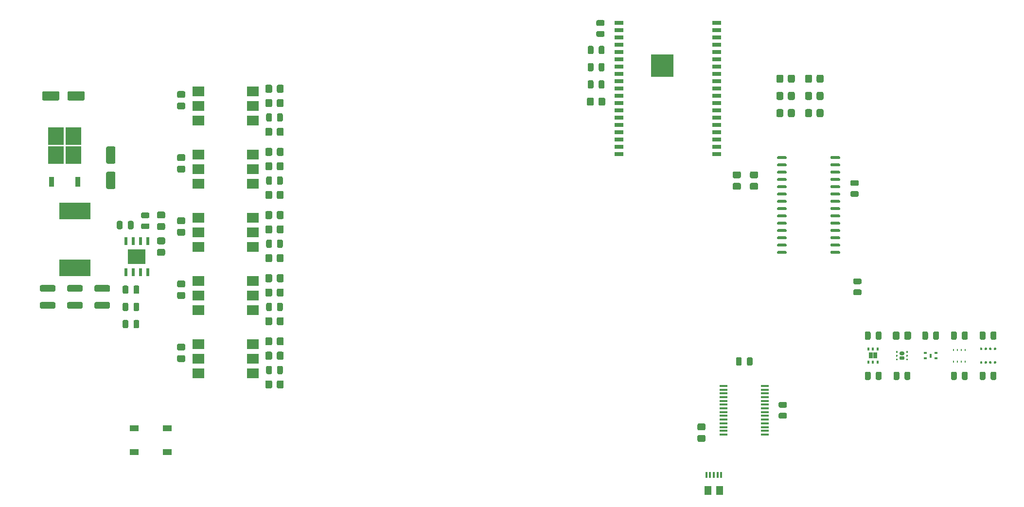
<source format=gbr>
G04 #@! TF.GenerationSoftware,KiCad,Pcbnew,(5.1.9-0-10_14)*
G04 #@! TF.CreationDate,2021-03-25T00:39:28-05:00*
G04 #@! TF.ProjectId,ClimateSprinklerController,436c696d-6174-4655-9370-72696e6b6c65,rev?*
G04 #@! TF.SameCoordinates,Original*
G04 #@! TF.FileFunction,Paste,Top*
G04 #@! TF.FilePolarity,Positive*
%FSLAX46Y46*%
G04 Gerber Fmt 4.6, Leading zero omitted, Abs format (unit mm)*
G04 Created by KiCad (PCBNEW (5.1.9-0-10_14)) date 2021-03-25 00:39:28*
%MOMM*%
%LPD*%
G01*
G04 APERTURE LIST*
%ADD10R,1.400000X0.360000*%
%ADD11R,1.200000X1.520000*%
%ADD12R,0.320000X1.080000*%
%ADD13R,1.600000X0.720000*%
%ADD14R,4.000000X4.000000*%
%ADD15R,0.360000X0.504000*%
%ADD16R,0.700000X1.050000*%
%ADD17R,5.400000X2.900000*%
%ADD18R,0.280000X0.400000*%
%ADD19R,0.350000X0.800000*%
%ADD20R,0.500000X0.300000*%
%ADD21R,2.000000X1.780000*%
%ADD22R,0.960000X1.760000*%
%ADD23R,2.750000X3.050000*%
%ADD24R,3.100000X2.600000*%
%ADD25R,0.540000X1.395000*%
%ADD26R,1.500000X1.100000*%
G04 APERTURE END LIST*
G36*
G01*
X163050000Y-56275000D02*
X163050000Y-57225000D01*
G75*
G02*
X162800000Y-57475000I-250000J0D01*
G01*
X162300000Y-57475000D01*
G75*
G02*
X162050000Y-57225000I0J250000D01*
G01*
X162050000Y-56275000D01*
G75*
G02*
X162300000Y-56025000I250000J0D01*
G01*
X162800000Y-56025000D01*
G75*
G02*
X163050000Y-56275000I0J-250000D01*
G01*
G37*
G36*
G01*
X164950000Y-56275000D02*
X164950000Y-57225000D01*
G75*
G02*
X164700000Y-57475000I-250000J0D01*
G01*
X164200000Y-57475000D01*
G75*
G02*
X163950000Y-57225000I0J250000D01*
G01*
X163950000Y-56275000D01*
G75*
G02*
X164200000Y-56025000I250000J0D01*
G01*
X164700000Y-56025000D01*
G75*
G02*
X164950000Y-56275000I0J-250000D01*
G01*
G37*
G36*
G01*
X163050000Y-59275000D02*
X163050000Y-60225000D01*
G75*
G02*
X162800000Y-60475000I-250000J0D01*
G01*
X162300000Y-60475000D01*
G75*
G02*
X162050000Y-60225000I0J250000D01*
G01*
X162050000Y-59275000D01*
G75*
G02*
X162300000Y-59025000I250000J0D01*
G01*
X162800000Y-59025000D01*
G75*
G02*
X163050000Y-59275000I0J-250000D01*
G01*
G37*
G36*
G01*
X164950000Y-59275000D02*
X164950000Y-60225000D01*
G75*
G02*
X164700000Y-60475000I-250000J0D01*
G01*
X164200000Y-60475000D01*
G75*
G02*
X163950000Y-60225000I0J250000D01*
G01*
X163950000Y-59275000D01*
G75*
G02*
X164200000Y-59025000I250000J0D01*
G01*
X164700000Y-59025000D01*
G75*
G02*
X164950000Y-59275000I0J-250000D01*
G01*
G37*
D10*
X192850000Y-112275000D03*
X192850000Y-112925000D03*
X192850000Y-113575000D03*
X192850000Y-114225000D03*
X192850000Y-114875000D03*
X192850000Y-115525000D03*
X192850000Y-116175000D03*
X192850000Y-116825000D03*
X192850000Y-117475000D03*
X192850000Y-118125000D03*
X192850000Y-118775000D03*
X192850000Y-119425000D03*
X192850000Y-120075000D03*
X192850000Y-120725000D03*
X185650000Y-120725000D03*
X185650000Y-120075000D03*
X185650000Y-119425000D03*
X185650000Y-118775000D03*
X185650000Y-118125000D03*
X185650000Y-117475000D03*
X185650000Y-116825000D03*
X185650000Y-116175000D03*
X185650000Y-115525000D03*
X185650000Y-114875000D03*
X185650000Y-114225000D03*
X185650000Y-113575000D03*
X185650000Y-112925000D03*
X185650000Y-112275000D03*
G36*
G01*
X182300001Y-122000000D02*
X181399999Y-122000000D01*
G75*
G02*
X181150000Y-121750001I0J249999D01*
G01*
X181150000Y-121049999D01*
G75*
G02*
X181399999Y-120800000I249999J0D01*
G01*
X182300001Y-120800000D01*
G75*
G02*
X182550000Y-121049999I0J-249999D01*
G01*
X182550000Y-121750001D01*
G75*
G02*
X182300001Y-122000000I-249999J0D01*
G01*
G37*
G36*
G01*
X182300001Y-120000000D02*
X181399999Y-120000000D01*
G75*
G02*
X181150000Y-119750001I0J249999D01*
G01*
X181150000Y-119049999D01*
G75*
G02*
X181399999Y-118800000I249999J0D01*
G01*
X182300001Y-118800000D01*
G75*
G02*
X182550000Y-119049999I0J-249999D01*
G01*
X182550000Y-119750001D01*
G75*
G02*
X182300001Y-120000000I-249999J0D01*
G01*
G37*
D11*
X185000000Y-130487500D03*
D12*
X183350000Y-127787500D03*
X182700000Y-127787500D03*
X185300000Y-127787500D03*
X184650000Y-127787500D03*
X184000000Y-127787500D03*
D11*
X183000000Y-130487500D03*
G36*
G01*
X187850000Y-108475000D02*
X187850000Y-107525000D01*
G75*
G02*
X188100000Y-107275000I250000J0D01*
G01*
X188600000Y-107275000D01*
G75*
G02*
X188850000Y-107525000I0J-250000D01*
G01*
X188850000Y-108475000D01*
G75*
G02*
X188600000Y-108725000I-250000J0D01*
G01*
X188100000Y-108725000D01*
G75*
G02*
X187850000Y-108475000I0J250000D01*
G01*
G37*
G36*
G01*
X189750000Y-108475000D02*
X189750000Y-107525000D01*
G75*
G02*
X190000000Y-107275000I250000J0D01*
G01*
X190500000Y-107275000D01*
G75*
G02*
X190750000Y-107525000I0J-250000D01*
G01*
X190750000Y-108475000D01*
G75*
G02*
X190500000Y-108725000I-250000J0D01*
G01*
X190000000Y-108725000D01*
G75*
G02*
X189750000Y-108475000I0J250000D01*
G01*
G37*
G36*
G01*
X196475000Y-116050000D02*
X195525000Y-116050000D01*
G75*
G02*
X195275000Y-115800000I0J250000D01*
G01*
X195275000Y-115300000D01*
G75*
G02*
X195525000Y-115050000I250000J0D01*
G01*
X196475000Y-115050000D01*
G75*
G02*
X196725000Y-115300000I0J-250000D01*
G01*
X196725000Y-115800000D01*
G75*
G02*
X196475000Y-116050000I-250000J0D01*
G01*
G37*
G36*
G01*
X196475000Y-117950000D02*
X195525000Y-117950000D01*
G75*
G02*
X195275000Y-117700000I0J250000D01*
G01*
X195275000Y-117200000D01*
G75*
G02*
X195525000Y-116950000I250000J0D01*
G01*
X196475000Y-116950000D01*
G75*
G02*
X196725000Y-117200000I0J-250000D01*
G01*
X196725000Y-117700000D01*
G75*
G02*
X196475000Y-117950000I-250000J0D01*
G01*
G37*
G36*
G01*
X233150000Y-108077500D02*
X233150000Y-108297500D01*
G75*
G02*
X233050000Y-108397500I-100000J0D01*
G01*
X232850000Y-108397500D01*
G75*
G02*
X232750000Y-108297500I0J100000D01*
G01*
X232750000Y-108077500D01*
G75*
G02*
X232850000Y-107977500I100000J0D01*
G01*
X233050000Y-107977500D01*
G75*
G02*
X233150000Y-108077500I0J-100000D01*
G01*
G37*
G36*
G01*
X232350000Y-108077500D02*
X232350000Y-108297500D01*
G75*
G02*
X232250000Y-108397500I-100000J0D01*
G01*
X232050000Y-108397500D01*
G75*
G02*
X231950000Y-108297500I0J100000D01*
G01*
X231950000Y-108077500D01*
G75*
G02*
X232050000Y-107977500I100000J0D01*
G01*
X232250000Y-107977500D01*
G75*
G02*
X232350000Y-108077500I0J-100000D01*
G01*
G37*
G36*
G01*
X231550000Y-108077500D02*
X231550000Y-108297500D01*
G75*
G02*
X231450000Y-108397500I-100000J0D01*
G01*
X231250000Y-108397500D01*
G75*
G02*
X231150000Y-108297500I0J100000D01*
G01*
X231150000Y-108077500D01*
G75*
G02*
X231250000Y-107977500I100000J0D01*
G01*
X231450000Y-107977500D01*
G75*
G02*
X231550000Y-108077500I0J-100000D01*
G01*
G37*
G36*
G01*
X230750000Y-108077500D02*
X230750000Y-108297500D01*
G75*
G02*
X230650000Y-108397500I-100000J0D01*
G01*
X230450000Y-108397500D01*
G75*
G02*
X230350000Y-108297500I0J100000D01*
G01*
X230350000Y-108077500D01*
G75*
G02*
X230450000Y-107977500I100000J0D01*
G01*
X230650000Y-107977500D01*
G75*
G02*
X230750000Y-108077500I0J-100000D01*
G01*
G37*
G36*
G01*
X230750000Y-105702500D02*
X230750000Y-105922500D01*
G75*
G02*
X230650000Y-106022500I-100000J0D01*
G01*
X230450000Y-106022500D01*
G75*
G02*
X230350000Y-105922500I0J100000D01*
G01*
X230350000Y-105702500D01*
G75*
G02*
X230450000Y-105602500I100000J0D01*
G01*
X230650000Y-105602500D01*
G75*
G02*
X230750000Y-105702500I0J-100000D01*
G01*
G37*
G36*
G01*
X231550000Y-105702500D02*
X231550000Y-105922500D01*
G75*
G02*
X231450000Y-106022500I-100000J0D01*
G01*
X231250000Y-106022500D01*
G75*
G02*
X231150000Y-105922500I0J100000D01*
G01*
X231150000Y-105702500D01*
G75*
G02*
X231250000Y-105602500I100000J0D01*
G01*
X231450000Y-105602500D01*
G75*
G02*
X231550000Y-105702500I0J-100000D01*
G01*
G37*
G36*
G01*
X232350000Y-105702500D02*
X232350000Y-105922500D01*
G75*
G02*
X232250000Y-106022500I-100000J0D01*
G01*
X232050000Y-106022500D01*
G75*
G02*
X231950000Y-105922500I0J100000D01*
G01*
X231950000Y-105702500D01*
G75*
G02*
X232050000Y-105602500I100000J0D01*
G01*
X232250000Y-105602500D01*
G75*
G02*
X232350000Y-105702500I0J-100000D01*
G01*
G37*
G36*
G01*
X233150000Y-105702500D02*
X233150000Y-105922500D01*
G75*
G02*
X233050000Y-106022500I-100000J0D01*
G01*
X232850000Y-106022500D01*
G75*
G02*
X232750000Y-105922500I0J100000D01*
G01*
X232750000Y-105702500D01*
G75*
G02*
X232850000Y-105602500I100000J0D01*
G01*
X233050000Y-105602500D01*
G75*
G02*
X233150000Y-105702500I0J-100000D01*
G01*
G37*
G36*
G01*
X230300000Y-103975000D02*
X230300000Y-103025000D01*
G75*
G02*
X230550000Y-102775000I250000J0D01*
G01*
X231050000Y-102775000D01*
G75*
G02*
X231300000Y-103025000I0J-250000D01*
G01*
X231300000Y-103975000D01*
G75*
G02*
X231050000Y-104225000I-250000J0D01*
G01*
X230550000Y-104225000D01*
G75*
G02*
X230300000Y-103975000I0J250000D01*
G01*
G37*
G36*
G01*
X232200000Y-103975000D02*
X232200000Y-103025000D01*
G75*
G02*
X232450000Y-102775000I250000J0D01*
G01*
X232950000Y-102775000D01*
G75*
G02*
X233200000Y-103025000I0J-250000D01*
G01*
X233200000Y-103975000D01*
G75*
G02*
X232950000Y-104225000I-250000J0D01*
G01*
X232450000Y-104225000D01*
G75*
G02*
X232200000Y-103975000I0J250000D01*
G01*
G37*
G36*
G01*
X230300000Y-110975000D02*
X230300000Y-110025000D01*
G75*
G02*
X230550000Y-109775000I250000J0D01*
G01*
X231050000Y-109775000D01*
G75*
G02*
X231300000Y-110025000I0J-250000D01*
G01*
X231300000Y-110975000D01*
G75*
G02*
X231050000Y-111225000I-250000J0D01*
G01*
X230550000Y-111225000D01*
G75*
G02*
X230300000Y-110975000I0J250000D01*
G01*
G37*
G36*
G01*
X232200000Y-110975000D02*
X232200000Y-110025000D01*
G75*
G02*
X232450000Y-109775000I250000J0D01*
G01*
X232950000Y-109775000D01*
G75*
G02*
X233200000Y-110025000I0J-250000D01*
G01*
X233200000Y-110975000D01*
G75*
G02*
X232950000Y-111225000I-250000J0D01*
G01*
X232450000Y-111225000D01*
G75*
G02*
X232200000Y-110975000I0J250000D01*
G01*
G37*
D13*
X167500000Y-48995000D03*
X167500000Y-50265000D03*
X167500000Y-51535000D03*
X167500000Y-52805000D03*
X167500000Y-54075000D03*
X167500000Y-55345000D03*
X167500000Y-56615000D03*
X167500000Y-57885000D03*
X167500000Y-59155000D03*
X167500000Y-60425000D03*
X167500000Y-61695000D03*
X167500000Y-62965000D03*
X167500000Y-64235000D03*
X167500000Y-65505000D03*
X167500000Y-66775000D03*
X167500000Y-68045000D03*
X167500000Y-69315000D03*
X167500000Y-70585000D03*
X167500000Y-71855000D03*
X184500000Y-71855000D03*
X184500000Y-70585000D03*
X184500000Y-69315000D03*
X184500000Y-68045000D03*
X184500000Y-66775000D03*
X184500000Y-65505000D03*
X184500000Y-64235000D03*
X184500000Y-62965000D03*
X184500000Y-61695000D03*
X184500000Y-60425000D03*
X184500000Y-59155000D03*
X184500000Y-57885000D03*
X184500000Y-56615000D03*
X184500000Y-55345000D03*
X184500000Y-54075000D03*
X184500000Y-52805000D03*
X184500000Y-51535000D03*
X184500000Y-50265000D03*
X184500000Y-48995000D03*
D14*
X175000000Y-56495000D03*
D15*
X212509000Y-108103000D03*
X211709000Y-108103000D03*
X210909000Y-108103000D03*
X210909000Y-105803000D03*
X211709000Y-105803000D03*
X212509000Y-105803000D03*
D16*
X211309000Y-106953000D03*
X212109000Y-106953000D03*
G36*
G01*
X218350000Y-103049999D02*
X218350000Y-103950001D01*
G75*
G02*
X218100001Y-104200000I-249999J0D01*
G01*
X217399999Y-104200000D01*
G75*
G02*
X217150000Y-103950001I0J249999D01*
G01*
X217150000Y-103049999D01*
G75*
G02*
X217399999Y-102800000I249999J0D01*
G01*
X218100001Y-102800000D01*
G75*
G02*
X218350000Y-103049999I0J-249999D01*
G01*
G37*
G36*
G01*
X216350000Y-103049999D02*
X216350000Y-103950001D01*
G75*
G02*
X216100001Y-104200000I-249999J0D01*
G01*
X215399999Y-104200000D01*
G75*
G02*
X215150000Y-103950001I0J249999D01*
G01*
X215150000Y-103049999D01*
G75*
G02*
X215399999Y-102800000I249999J0D01*
G01*
X216100001Y-102800000D01*
G75*
G02*
X216350000Y-103049999I0J-249999D01*
G01*
G37*
G36*
G01*
X212200000Y-103975000D02*
X212200000Y-103025000D01*
G75*
G02*
X212450000Y-102775000I250000J0D01*
G01*
X212950000Y-102775000D01*
G75*
G02*
X213200000Y-103025000I0J-250000D01*
G01*
X213200000Y-103975000D01*
G75*
G02*
X212950000Y-104225000I-250000J0D01*
G01*
X212450000Y-104225000D01*
G75*
G02*
X212200000Y-103975000I0J250000D01*
G01*
G37*
G36*
G01*
X210300000Y-103975000D02*
X210300000Y-103025000D01*
G75*
G02*
X210550000Y-102775000I250000J0D01*
G01*
X211050000Y-102775000D01*
G75*
G02*
X211300000Y-103025000I0J-250000D01*
G01*
X211300000Y-103975000D01*
G75*
G02*
X211050000Y-104225000I-250000J0D01*
G01*
X210550000Y-104225000D01*
G75*
G02*
X210300000Y-103975000I0J250000D01*
G01*
G37*
G36*
G01*
X210300000Y-110975000D02*
X210300000Y-110025000D01*
G75*
G02*
X210550000Y-109775000I250000J0D01*
G01*
X211050000Y-109775000D01*
G75*
G02*
X211300000Y-110025000I0J-250000D01*
G01*
X211300000Y-110975000D01*
G75*
G02*
X211050000Y-111225000I-250000J0D01*
G01*
X210550000Y-111225000D01*
G75*
G02*
X210300000Y-110975000I0J250000D01*
G01*
G37*
G36*
G01*
X212200000Y-110975000D02*
X212200000Y-110025000D01*
G75*
G02*
X212450000Y-109775000I250000J0D01*
G01*
X212950000Y-109775000D01*
G75*
G02*
X213200000Y-110025000I0J-250000D01*
G01*
X213200000Y-110975000D01*
G75*
G02*
X212950000Y-111225000I-250000J0D01*
G01*
X212450000Y-111225000D01*
G75*
G02*
X212200000Y-110975000I0J250000D01*
G01*
G37*
G36*
G01*
X190549999Y-74900000D02*
X191450001Y-74900000D01*
G75*
G02*
X191700000Y-75149999I0J-249999D01*
G01*
X191700000Y-75850001D01*
G75*
G02*
X191450001Y-76100000I-249999J0D01*
G01*
X190549999Y-76100000D01*
G75*
G02*
X190300000Y-75850001I0J249999D01*
G01*
X190300000Y-75149999D01*
G75*
G02*
X190549999Y-74900000I249999J0D01*
G01*
G37*
G36*
G01*
X190549999Y-76900000D02*
X191450001Y-76900000D01*
G75*
G02*
X191700000Y-77149999I0J-249999D01*
G01*
X191700000Y-77850001D01*
G75*
G02*
X191450001Y-78100000I-249999J0D01*
G01*
X190549999Y-78100000D01*
G75*
G02*
X190300000Y-77850001I0J249999D01*
G01*
X190300000Y-77149999D01*
G75*
G02*
X190549999Y-76900000I249999J0D01*
G01*
G37*
G36*
G01*
X187549999Y-74900000D02*
X188450001Y-74900000D01*
G75*
G02*
X188700000Y-75149999I0J-249999D01*
G01*
X188700000Y-75850001D01*
G75*
G02*
X188450001Y-76100000I-249999J0D01*
G01*
X187549999Y-76100000D01*
G75*
G02*
X187300000Y-75850001I0J249999D01*
G01*
X187300000Y-75149999D01*
G75*
G02*
X187549999Y-74900000I249999J0D01*
G01*
G37*
G36*
G01*
X187549999Y-76900000D02*
X188450001Y-76900000D01*
G75*
G02*
X188700000Y-77149999I0J-249999D01*
G01*
X188700000Y-77850001D01*
G75*
G02*
X188450001Y-78100000I-249999J0D01*
G01*
X187549999Y-78100000D01*
G75*
G02*
X187300000Y-77850001I0J249999D01*
G01*
X187300000Y-77149999D01*
G75*
G02*
X187549999Y-76900000I249999J0D01*
G01*
G37*
G36*
G01*
X107100000Y-106549999D02*
X107100000Y-107450001D01*
G75*
G02*
X106850001Y-107700000I-249999J0D01*
G01*
X106149999Y-107700000D01*
G75*
G02*
X105900000Y-107450001I0J249999D01*
G01*
X105900000Y-106549999D01*
G75*
G02*
X106149999Y-106300000I249999J0D01*
G01*
X106850001Y-106300000D01*
G75*
G02*
X107100000Y-106549999I0J-249999D01*
G01*
G37*
G36*
G01*
X109100000Y-106549999D02*
X109100000Y-107450001D01*
G75*
G02*
X108850001Y-107700000I-249999J0D01*
G01*
X108149999Y-107700000D01*
G75*
G02*
X107900000Y-107450001I0J249999D01*
G01*
X107900000Y-106549999D01*
G75*
G02*
X108149999Y-106300000I249999J0D01*
G01*
X108850001Y-106300000D01*
G75*
G02*
X109100000Y-106549999I0J-249999D01*
G01*
G37*
G36*
G01*
X107100000Y-95549999D02*
X107100000Y-96450001D01*
G75*
G02*
X106850001Y-96700000I-249999J0D01*
G01*
X106149999Y-96700000D01*
G75*
G02*
X105900000Y-96450001I0J249999D01*
G01*
X105900000Y-95549999D01*
G75*
G02*
X106149999Y-95300000I249999J0D01*
G01*
X106850001Y-95300000D01*
G75*
G02*
X107100000Y-95549999I0J-249999D01*
G01*
G37*
G36*
G01*
X109100000Y-95549999D02*
X109100000Y-96450001D01*
G75*
G02*
X108850001Y-96700000I-249999J0D01*
G01*
X108149999Y-96700000D01*
G75*
G02*
X107900000Y-96450001I0J249999D01*
G01*
X107900000Y-95549999D01*
G75*
G02*
X108149999Y-95300000I249999J0D01*
G01*
X108850001Y-95300000D01*
G75*
G02*
X109100000Y-95549999I0J-249999D01*
G01*
G37*
G36*
G01*
X107100000Y-84549999D02*
X107100000Y-85450001D01*
G75*
G02*
X106850001Y-85700000I-249999J0D01*
G01*
X106149999Y-85700000D01*
G75*
G02*
X105900000Y-85450001I0J249999D01*
G01*
X105900000Y-84549999D01*
G75*
G02*
X106149999Y-84300000I249999J0D01*
G01*
X106850001Y-84300000D01*
G75*
G02*
X107100000Y-84549999I0J-249999D01*
G01*
G37*
G36*
G01*
X109100000Y-84549999D02*
X109100000Y-85450001D01*
G75*
G02*
X108850001Y-85700000I-249999J0D01*
G01*
X108149999Y-85700000D01*
G75*
G02*
X107900000Y-85450001I0J249999D01*
G01*
X107900000Y-84549999D01*
G75*
G02*
X108149999Y-84300000I249999J0D01*
G01*
X108850001Y-84300000D01*
G75*
G02*
X109100000Y-84549999I0J-249999D01*
G01*
G37*
G36*
G01*
X107100000Y-73549999D02*
X107100000Y-74450001D01*
G75*
G02*
X106850001Y-74700000I-249999J0D01*
G01*
X106149999Y-74700000D01*
G75*
G02*
X105900000Y-74450001I0J249999D01*
G01*
X105900000Y-73549999D01*
G75*
G02*
X106149999Y-73300000I249999J0D01*
G01*
X106850001Y-73300000D01*
G75*
G02*
X107100000Y-73549999I0J-249999D01*
G01*
G37*
G36*
G01*
X109100000Y-73549999D02*
X109100000Y-74450001D01*
G75*
G02*
X108850001Y-74700000I-249999J0D01*
G01*
X108149999Y-74700000D01*
G75*
G02*
X107900000Y-74450001I0J249999D01*
G01*
X107900000Y-73549999D01*
G75*
G02*
X108149999Y-73300000I249999J0D01*
G01*
X108850001Y-73300000D01*
G75*
G02*
X109100000Y-73549999I0J-249999D01*
G01*
G37*
G36*
G01*
X107100000Y-62549999D02*
X107100000Y-63450001D01*
G75*
G02*
X106850001Y-63700000I-249999J0D01*
G01*
X106149999Y-63700000D01*
G75*
G02*
X105900000Y-63450001I0J249999D01*
G01*
X105900000Y-62549999D01*
G75*
G02*
X106149999Y-62300000I249999J0D01*
G01*
X106850001Y-62300000D01*
G75*
G02*
X107100000Y-62549999I0J-249999D01*
G01*
G37*
G36*
G01*
X109100000Y-62549999D02*
X109100000Y-63450001D01*
G75*
G02*
X108850001Y-63700000I-249999J0D01*
G01*
X108149999Y-63700000D01*
G75*
G02*
X107900000Y-63450001I0J249999D01*
G01*
X107900000Y-62549999D01*
G75*
G02*
X108149999Y-62300000I249999J0D01*
G01*
X108850001Y-62300000D01*
G75*
G02*
X109100000Y-62549999I0J-249999D01*
G01*
G37*
G36*
G01*
X107900000Y-112450001D02*
X107900000Y-111549999D01*
G75*
G02*
X108149999Y-111300000I249999J0D01*
G01*
X108850001Y-111300000D01*
G75*
G02*
X109100000Y-111549999I0J-249999D01*
G01*
X109100000Y-112450001D01*
G75*
G02*
X108850001Y-112700000I-249999J0D01*
G01*
X108149999Y-112700000D01*
G75*
G02*
X107900000Y-112450001I0J249999D01*
G01*
G37*
G36*
G01*
X105900000Y-112450001D02*
X105900000Y-111549999D01*
G75*
G02*
X106149999Y-111300000I249999J0D01*
G01*
X106850001Y-111300000D01*
G75*
G02*
X107100000Y-111549999I0J-249999D01*
G01*
X107100000Y-112450001D01*
G75*
G02*
X106850001Y-112700000I-249999J0D01*
G01*
X106149999Y-112700000D01*
G75*
G02*
X105900000Y-112450001I0J249999D01*
G01*
G37*
G36*
G01*
X107900000Y-101450001D02*
X107900000Y-100549999D01*
G75*
G02*
X108149999Y-100300000I249999J0D01*
G01*
X108850001Y-100300000D01*
G75*
G02*
X109100000Y-100549999I0J-249999D01*
G01*
X109100000Y-101450001D01*
G75*
G02*
X108850001Y-101700000I-249999J0D01*
G01*
X108149999Y-101700000D01*
G75*
G02*
X107900000Y-101450001I0J249999D01*
G01*
G37*
G36*
G01*
X105900000Y-101450001D02*
X105900000Y-100549999D01*
G75*
G02*
X106149999Y-100300000I249999J0D01*
G01*
X106850001Y-100300000D01*
G75*
G02*
X107100000Y-100549999I0J-249999D01*
G01*
X107100000Y-101450001D01*
G75*
G02*
X106850001Y-101700000I-249999J0D01*
G01*
X106149999Y-101700000D01*
G75*
G02*
X105900000Y-101450001I0J249999D01*
G01*
G37*
G36*
G01*
X107900000Y-90450001D02*
X107900000Y-89549999D01*
G75*
G02*
X108149999Y-89300000I249999J0D01*
G01*
X108850001Y-89300000D01*
G75*
G02*
X109100000Y-89549999I0J-249999D01*
G01*
X109100000Y-90450001D01*
G75*
G02*
X108850001Y-90700000I-249999J0D01*
G01*
X108149999Y-90700000D01*
G75*
G02*
X107900000Y-90450001I0J249999D01*
G01*
G37*
G36*
G01*
X105900000Y-90450001D02*
X105900000Y-89549999D01*
G75*
G02*
X106149999Y-89300000I249999J0D01*
G01*
X106850001Y-89300000D01*
G75*
G02*
X107100000Y-89549999I0J-249999D01*
G01*
X107100000Y-90450001D01*
G75*
G02*
X106850001Y-90700000I-249999J0D01*
G01*
X106149999Y-90700000D01*
G75*
G02*
X105900000Y-90450001I0J249999D01*
G01*
G37*
G36*
G01*
X107900000Y-79450001D02*
X107900000Y-78549999D01*
G75*
G02*
X108149999Y-78300000I249999J0D01*
G01*
X108850001Y-78300000D01*
G75*
G02*
X109100000Y-78549999I0J-249999D01*
G01*
X109100000Y-79450001D01*
G75*
G02*
X108850001Y-79700000I-249999J0D01*
G01*
X108149999Y-79700000D01*
G75*
G02*
X107900000Y-79450001I0J249999D01*
G01*
G37*
G36*
G01*
X105900000Y-79450001D02*
X105900000Y-78549999D01*
G75*
G02*
X106149999Y-78300000I249999J0D01*
G01*
X106850001Y-78300000D01*
G75*
G02*
X107100000Y-78549999I0J-249999D01*
G01*
X107100000Y-79450001D01*
G75*
G02*
X106850001Y-79700000I-249999J0D01*
G01*
X106149999Y-79700000D01*
G75*
G02*
X105900000Y-79450001I0J249999D01*
G01*
G37*
G36*
G01*
X107900000Y-68450001D02*
X107900000Y-67549999D01*
G75*
G02*
X108149999Y-67300000I249999J0D01*
G01*
X108850001Y-67300000D01*
G75*
G02*
X109100000Y-67549999I0J-249999D01*
G01*
X109100000Y-68450001D01*
G75*
G02*
X108850001Y-68700000I-249999J0D01*
G01*
X108149999Y-68700000D01*
G75*
G02*
X107900000Y-68450001I0J249999D01*
G01*
G37*
G36*
G01*
X105900000Y-68450001D02*
X105900000Y-67549999D01*
G75*
G02*
X106149999Y-67300000I249999J0D01*
G01*
X106850001Y-67300000D01*
G75*
G02*
X107100000Y-67549999I0J-249999D01*
G01*
X107100000Y-68450001D01*
G75*
G02*
X106850001Y-68700000I-249999J0D01*
G01*
X106149999Y-68700000D01*
G75*
G02*
X105900000Y-68450001I0J249999D01*
G01*
G37*
G36*
G01*
X107100000Y-104049999D02*
X107100000Y-104950001D01*
G75*
G02*
X106850001Y-105200000I-249999J0D01*
G01*
X106149999Y-105200000D01*
G75*
G02*
X105900000Y-104950001I0J249999D01*
G01*
X105900000Y-104049999D01*
G75*
G02*
X106149999Y-103800000I249999J0D01*
G01*
X106850001Y-103800000D01*
G75*
G02*
X107100000Y-104049999I0J-249999D01*
G01*
G37*
G36*
G01*
X109100000Y-104049999D02*
X109100000Y-104950001D01*
G75*
G02*
X108850001Y-105200000I-249999J0D01*
G01*
X108149999Y-105200000D01*
G75*
G02*
X107900000Y-104950001I0J249999D01*
G01*
X107900000Y-104049999D01*
G75*
G02*
X108149999Y-103800000I249999J0D01*
G01*
X108850001Y-103800000D01*
G75*
G02*
X109100000Y-104049999I0J-249999D01*
G01*
G37*
G36*
G01*
X107100000Y-93049999D02*
X107100000Y-93950001D01*
G75*
G02*
X106850001Y-94200000I-249999J0D01*
G01*
X106149999Y-94200000D01*
G75*
G02*
X105900000Y-93950001I0J249999D01*
G01*
X105900000Y-93049999D01*
G75*
G02*
X106149999Y-92800000I249999J0D01*
G01*
X106850001Y-92800000D01*
G75*
G02*
X107100000Y-93049999I0J-249999D01*
G01*
G37*
G36*
G01*
X109100000Y-93049999D02*
X109100000Y-93950001D01*
G75*
G02*
X108850001Y-94200000I-249999J0D01*
G01*
X108149999Y-94200000D01*
G75*
G02*
X107900000Y-93950001I0J249999D01*
G01*
X107900000Y-93049999D01*
G75*
G02*
X108149999Y-92800000I249999J0D01*
G01*
X108850001Y-92800000D01*
G75*
G02*
X109100000Y-93049999I0J-249999D01*
G01*
G37*
G36*
G01*
X107100000Y-82049999D02*
X107100000Y-82950001D01*
G75*
G02*
X106850001Y-83200000I-249999J0D01*
G01*
X106149999Y-83200000D01*
G75*
G02*
X105900000Y-82950001I0J249999D01*
G01*
X105900000Y-82049999D01*
G75*
G02*
X106149999Y-81800000I249999J0D01*
G01*
X106850001Y-81800000D01*
G75*
G02*
X107100000Y-82049999I0J-249999D01*
G01*
G37*
G36*
G01*
X109100000Y-82049999D02*
X109100000Y-82950001D01*
G75*
G02*
X108850001Y-83200000I-249999J0D01*
G01*
X108149999Y-83200000D01*
G75*
G02*
X107900000Y-82950001I0J249999D01*
G01*
X107900000Y-82049999D01*
G75*
G02*
X108149999Y-81800000I249999J0D01*
G01*
X108850001Y-81800000D01*
G75*
G02*
X109100000Y-82049999I0J-249999D01*
G01*
G37*
G36*
G01*
X107100000Y-71049999D02*
X107100000Y-71950001D01*
G75*
G02*
X106850001Y-72200000I-249999J0D01*
G01*
X106149999Y-72200000D01*
G75*
G02*
X105900000Y-71950001I0J249999D01*
G01*
X105900000Y-71049999D01*
G75*
G02*
X106149999Y-70800000I249999J0D01*
G01*
X106850001Y-70800000D01*
G75*
G02*
X107100000Y-71049999I0J-249999D01*
G01*
G37*
G36*
G01*
X109100000Y-71049999D02*
X109100000Y-71950001D01*
G75*
G02*
X108850001Y-72200000I-249999J0D01*
G01*
X108149999Y-72200000D01*
G75*
G02*
X107900000Y-71950001I0J249999D01*
G01*
X107900000Y-71049999D01*
G75*
G02*
X108149999Y-70800000I249999J0D01*
G01*
X108850001Y-70800000D01*
G75*
G02*
X109100000Y-71049999I0J-249999D01*
G01*
G37*
G36*
G01*
X107100000Y-60049999D02*
X107100000Y-60950001D01*
G75*
G02*
X106850001Y-61200000I-249999J0D01*
G01*
X106149999Y-61200000D01*
G75*
G02*
X105900000Y-60950001I0J249999D01*
G01*
X105900000Y-60049999D01*
G75*
G02*
X106149999Y-59800000I249999J0D01*
G01*
X106850001Y-59800000D01*
G75*
G02*
X107100000Y-60049999I0J-249999D01*
G01*
G37*
G36*
G01*
X109100000Y-60049999D02*
X109100000Y-60950001D01*
G75*
G02*
X108850001Y-61200000I-249999J0D01*
G01*
X108149999Y-61200000D01*
G75*
G02*
X107900000Y-60950001I0J249999D01*
G01*
X107900000Y-60049999D01*
G75*
G02*
X108149999Y-59800000I249999J0D01*
G01*
X108850001Y-59800000D01*
G75*
G02*
X109100000Y-60049999I0J-249999D01*
G01*
G37*
G36*
G01*
X91700400Y-106100000D02*
X90799600Y-106100000D01*
G75*
G02*
X90550000Y-105850400I0J249600D01*
G01*
X90550000Y-105149600D01*
G75*
G02*
X90799600Y-104900000I249600J0D01*
G01*
X91700400Y-104900000D01*
G75*
G02*
X91950000Y-105149600I0J-249600D01*
G01*
X91950000Y-105850400D01*
G75*
G02*
X91700400Y-106100000I-249600J0D01*
G01*
G37*
G36*
G01*
X91700400Y-108100000D02*
X90799600Y-108100000D01*
G75*
G02*
X90550000Y-107850400I0J249600D01*
G01*
X90550000Y-107149600D01*
G75*
G02*
X90799600Y-106900000I249600J0D01*
G01*
X91700400Y-106900000D01*
G75*
G02*
X91950000Y-107149600I0J-249600D01*
G01*
X91950000Y-107850400D01*
G75*
G02*
X91700400Y-108100000I-249600J0D01*
G01*
G37*
G36*
G01*
X91700400Y-95100000D02*
X90799600Y-95100000D01*
G75*
G02*
X90550000Y-94850400I0J249600D01*
G01*
X90550000Y-94149600D01*
G75*
G02*
X90799600Y-93900000I249600J0D01*
G01*
X91700400Y-93900000D01*
G75*
G02*
X91950000Y-94149600I0J-249600D01*
G01*
X91950000Y-94850400D01*
G75*
G02*
X91700400Y-95100000I-249600J0D01*
G01*
G37*
G36*
G01*
X91700400Y-97100000D02*
X90799600Y-97100000D01*
G75*
G02*
X90550000Y-96850400I0J249600D01*
G01*
X90550000Y-96149600D01*
G75*
G02*
X90799600Y-95900000I249600J0D01*
G01*
X91700400Y-95900000D01*
G75*
G02*
X91950000Y-96149600I0J-249600D01*
G01*
X91950000Y-96850400D01*
G75*
G02*
X91700400Y-97100000I-249600J0D01*
G01*
G37*
G36*
G01*
X91700400Y-84100000D02*
X90799600Y-84100000D01*
G75*
G02*
X90550000Y-83850400I0J249600D01*
G01*
X90550000Y-83149600D01*
G75*
G02*
X90799600Y-82900000I249600J0D01*
G01*
X91700400Y-82900000D01*
G75*
G02*
X91950000Y-83149600I0J-249600D01*
G01*
X91950000Y-83850400D01*
G75*
G02*
X91700400Y-84100000I-249600J0D01*
G01*
G37*
G36*
G01*
X91700400Y-86100000D02*
X90799600Y-86100000D01*
G75*
G02*
X90550000Y-85850400I0J249600D01*
G01*
X90550000Y-85149600D01*
G75*
G02*
X90799600Y-84900000I249600J0D01*
G01*
X91700400Y-84900000D01*
G75*
G02*
X91950000Y-85149600I0J-249600D01*
G01*
X91950000Y-85850400D01*
G75*
G02*
X91700400Y-86100000I-249600J0D01*
G01*
G37*
G36*
G01*
X91700400Y-73100000D02*
X90799600Y-73100000D01*
G75*
G02*
X90550000Y-72850400I0J249600D01*
G01*
X90550000Y-72149600D01*
G75*
G02*
X90799600Y-71900000I249600J0D01*
G01*
X91700400Y-71900000D01*
G75*
G02*
X91950000Y-72149600I0J-249600D01*
G01*
X91950000Y-72850400D01*
G75*
G02*
X91700400Y-73100000I-249600J0D01*
G01*
G37*
G36*
G01*
X91700400Y-75100000D02*
X90799600Y-75100000D01*
G75*
G02*
X90550000Y-74850400I0J249600D01*
G01*
X90550000Y-74149600D01*
G75*
G02*
X90799600Y-73900000I249600J0D01*
G01*
X91700400Y-73900000D01*
G75*
G02*
X91950000Y-74149600I0J-249600D01*
G01*
X91950000Y-74850400D01*
G75*
G02*
X91700400Y-75100000I-249600J0D01*
G01*
G37*
G36*
G01*
X91700400Y-62100000D02*
X90799600Y-62100000D01*
G75*
G02*
X90550000Y-61850400I0J249600D01*
G01*
X90550000Y-61149600D01*
G75*
G02*
X90799600Y-60900000I249600J0D01*
G01*
X91700400Y-60900000D01*
G75*
G02*
X91950000Y-61149600I0J-249600D01*
G01*
X91950000Y-61850400D01*
G75*
G02*
X91700400Y-62100000I-249600J0D01*
G01*
G37*
G36*
G01*
X91700400Y-64100000D02*
X90799600Y-64100000D01*
G75*
G02*
X90550000Y-63850400I0J249600D01*
G01*
X90550000Y-63149600D01*
G75*
G02*
X90799600Y-62900000I249600J0D01*
G01*
X91700400Y-62900000D01*
G75*
G02*
X91950000Y-63149600I0J-249600D01*
G01*
X91950000Y-63850400D01*
G75*
G02*
X91700400Y-64100000I-249600J0D01*
G01*
G37*
G36*
G01*
X203100000Y-58299999D02*
X203100000Y-59200001D01*
G75*
G02*
X202850001Y-59450000I-249999J0D01*
G01*
X202149999Y-59450000D01*
G75*
G02*
X201900000Y-59200001I0J249999D01*
G01*
X201900000Y-58299999D01*
G75*
G02*
X202149999Y-58050000I249999J0D01*
G01*
X202850001Y-58050000D01*
G75*
G02*
X203100000Y-58299999I0J-249999D01*
G01*
G37*
G36*
G01*
X201100000Y-58299999D02*
X201100000Y-59200001D01*
G75*
G02*
X200850001Y-59450000I-249999J0D01*
G01*
X200149999Y-59450000D01*
G75*
G02*
X199900000Y-59200001I0J249999D01*
G01*
X199900000Y-58299999D01*
G75*
G02*
X200149999Y-58050000I249999J0D01*
G01*
X200850001Y-58050000D01*
G75*
G02*
X201100000Y-58299999I0J-249999D01*
G01*
G37*
G36*
G01*
X87299999Y-86400000D02*
X88200001Y-86400000D01*
G75*
G02*
X88450000Y-86649999I0J-249999D01*
G01*
X88450000Y-87350001D01*
G75*
G02*
X88200001Y-87600000I-249999J0D01*
G01*
X87299999Y-87600000D01*
G75*
G02*
X87050000Y-87350001I0J249999D01*
G01*
X87050000Y-86649999D01*
G75*
G02*
X87299999Y-86400000I249999J0D01*
G01*
G37*
G36*
G01*
X87299999Y-88400000D02*
X88200001Y-88400000D01*
G75*
G02*
X88450000Y-88649999I0J-249999D01*
G01*
X88450000Y-89350001D01*
G75*
G02*
X88200001Y-89600000I-249999J0D01*
G01*
X87299999Y-89600000D01*
G75*
G02*
X87050000Y-89350001I0J249999D01*
G01*
X87050000Y-88649999D01*
G75*
G02*
X87299999Y-88400000I249999J0D01*
G01*
G37*
G36*
G01*
X87299999Y-83900000D02*
X88200001Y-83900000D01*
G75*
G02*
X88450000Y-84149999I0J-249999D01*
G01*
X88450000Y-84850001D01*
G75*
G02*
X88200001Y-85100000I-249999J0D01*
G01*
X87299999Y-85100000D01*
G75*
G02*
X87050000Y-84850001I0J249999D01*
G01*
X87050000Y-84149999D01*
G75*
G02*
X87299999Y-83900000I249999J0D01*
G01*
G37*
G36*
G01*
X87299999Y-81900000D02*
X88200001Y-81900000D01*
G75*
G02*
X88450000Y-82149999I0J-249999D01*
G01*
X88450000Y-82850001D01*
G75*
G02*
X88200001Y-83100000I-249999J0D01*
G01*
X87299999Y-83100000D01*
G75*
G02*
X87050000Y-82850001I0J249999D01*
G01*
X87050000Y-82149999D01*
G75*
G02*
X87299999Y-81900000I249999J0D01*
G01*
G37*
G36*
G01*
X161900000Y-63200400D02*
X161900000Y-62299600D01*
G75*
G02*
X162149600Y-62050000I249600J0D01*
G01*
X162850400Y-62050000D01*
G75*
G02*
X163100000Y-62299600I0J-249600D01*
G01*
X163100000Y-63200400D01*
G75*
G02*
X162850400Y-63450000I-249600J0D01*
G01*
X162149600Y-63450000D01*
G75*
G02*
X161900000Y-63200400I0J249600D01*
G01*
G37*
G36*
G01*
X163900000Y-63200400D02*
X163900000Y-62299600D01*
G75*
G02*
X164149600Y-62050000I249600J0D01*
G01*
X164850400Y-62050000D01*
G75*
G02*
X165100000Y-62299600I0J-249600D01*
G01*
X165100000Y-63200400D01*
G75*
G02*
X164850400Y-63450000I-249600J0D01*
G01*
X164149600Y-63450000D01*
G75*
G02*
X163900000Y-63200400I0J249600D01*
G01*
G37*
G36*
G01*
X199900000Y-65200001D02*
X199900000Y-64299999D01*
G75*
G02*
X200149999Y-64050000I249999J0D01*
G01*
X200850001Y-64050000D01*
G75*
G02*
X201100000Y-64299999I0J-249999D01*
G01*
X201100000Y-65200001D01*
G75*
G02*
X200850001Y-65450000I-249999J0D01*
G01*
X200149999Y-65450000D01*
G75*
G02*
X199900000Y-65200001I0J249999D01*
G01*
G37*
G36*
G01*
X201900000Y-65200001D02*
X201900000Y-64299999D01*
G75*
G02*
X202149999Y-64050000I249999J0D01*
G01*
X202850001Y-64050000D01*
G75*
G02*
X203100000Y-64299999I0J-249999D01*
G01*
X203100000Y-65200001D01*
G75*
G02*
X202850001Y-65450000I-249999J0D01*
G01*
X202149999Y-65450000D01*
G75*
G02*
X201900000Y-65200001I0J249999D01*
G01*
G37*
G36*
G01*
X201900000Y-62200001D02*
X201900000Y-61299999D01*
G75*
G02*
X202149999Y-61050000I249999J0D01*
G01*
X202850001Y-61050000D01*
G75*
G02*
X203100000Y-61299999I0J-249999D01*
G01*
X203100000Y-62200001D01*
G75*
G02*
X202850001Y-62450000I-249999J0D01*
G01*
X202149999Y-62450000D01*
G75*
G02*
X201900000Y-62200001I0J249999D01*
G01*
G37*
G36*
G01*
X199900000Y-62200001D02*
X199900000Y-61299999D01*
G75*
G02*
X200149999Y-61050000I249999J0D01*
G01*
X200850001Y-61050000D01*
G75*
G02*
X201100000Y-61299999I0J-249999D01*
G01*
X201100000Y-62200001D01*
G75*
G02*
X200850001Y-62450000I-249999J0D01*
G01*
X200149999Y-62450000D01*
G75*
G02*
X199900000Y-62200001I0J249999D01*
G01*
G37*
G36*
G01*
X196100000Y-61299999D02*
X196100000Y-62200001D01*
G75*
G02*
X195850001Y-62450000I-249999J0D01*
G01*
X195149999Y-62450000D01*
G75*
G02*
X194900000Y-62200001I0J249999D01*
G01*
X194900000Y-61299999D01*
G75*
G02*
X195149999Y-61050000I249999J0D01*
G01*
X195850001Y-61050000D01*
G75*
G02*
X196100000Y-61299999I0J-249999D01*
G01*
G37*
G36*
G01*
X198100000Y-61299999D02*
X198100000Y-62200001D01*
G75*
G02*
X197850001Y-62450000I-249999J0D01*
G01*
X197149999Y-62450000D01*
G75*
G02*
X196900000Y-62200001I0J249999D01*
G01*
X196900000Y-61299999D01*
G75*
G02*
X197149999Y-61050000I249999J0D01*
G01*
X197850001Y-61050000D01*
G75*
G02*
X198100000Y-61299999I0J-249999D01*
G01*
G37*
G36*
G01*
X194900000Y-65200001D02*
X194900000Y-64299999D01*
G75*
G02*
X195149999Y-64050000I249999J0D01*
G01*
X195850001Y-64050000D01*
G75*
G02*
X196100000Y-64299999I0J-249999D01*
G01*
X196100000Y-65200001D01*
G75*
G02*
X195850001Y-65450000I-249999J0D01*
G01*
X195149999Y-65450000D01*
G75*
G02*
X194900000Y-65200001I0J249999D01*
G01*
G37*
G36*
G01*
X196900000Y-65200001D02*
X196900000Y-64299999D01*
G75*
G02*
X197149999Y-64050000I249999J0D01*
G01*
X197850001Y-64050000D01*
G75*
G02*
X198100000Y-64299999I0J-249999D01*
G01*
X198100000Y-65200001D01*
G75*
G02*
X197850001Y-65450000I-249999J0D01*
G01*
X197149999Y-65450000D01*
G75*
G02*
X196900000Y-65200001I0J249999D01*
G01*
G37*
G36*
G01*
X194900000Y-59200001D02*
X194900000Y-58299999D01*
G75*
G02*
X195149999Y-58050000I249999J0D01*
G01*
X195850001Y-58050000D01*
G75*
G02*
X196100000Y-58299999I0J-249999D01*
G01*
X196100000Y-59200001D01*
G75*
G02*
X195850001Y-59450000I-249999J0D01*
G01*
X195149999Y-59450000D01*
G75*
G02*
X194900000Y-59200001I0J249999D01*
G01*
G37*
G36*
G01*
X196900000Y-59200001D02*
X196900000Y-58299999D01*
G75*
G02*
X197149999Y-58050000I249999J0D01*
G01*
X197850001Y-58050000D01*
G75*
G02*
X198100000Y-58299999I0J-249999D01*
G01*
X198100000Y-59200001D01*
G75*
G02*
X197850001Y-59450000I-249999J0D01*
G01*
X197149999Y-59450000D01*
G75*
G02*
X196900000Y-59200001I0J249999D01*
G01*
G37*
D17*
X72750000Y-91700000D03*
X72750000Y-81800000D03*
G36*
G01*
X76399999Y-97650000D02*
X78600001Y-97650000D01*
G75*
G02*
X78850000Y-97899999I0J-249999D01*
G01*
X78850000Y-98550001D01*
G75*
G02*
X78600001Y-98800000I-249999J0D01*
G01*
X76399999Y-98800000D01*
G75*
G02*
X76150000Y-98550001I0J249999D01*
G01*
X76150000Y-97899999D01*
G75*
G02*
X76399999Y-97650000I249999J0D01*
G01*
G37*
G36*
G01*
X76399999Y-94700000D02*
X78600001Y-94700000D01*
G75*
G02*
X78850000Y-94949999I0J-249999D01*
G01*
X78850000Y-95600001D01*
G75*
G02*
X78600001Y-95850000I-249999J0D01*
G01*
X76399999Y-95850000D01*
G75*
G02*
X76150000Y-95600001I0J249999D01*
G01*
X76150000Y-94949999D01*
G75*
G02*
X76399999Y-94700000I249999J0D01*
G01*
G37*
G36*
G01*
X71649999Y-97650000D02*
X73850001Y-97650000D01*
G75*
G02*
X74100000Y-97899999I0J-249999D01*
G01*
X74100000Y-98550001D01*
G75*
G02*
X73850001Y-98800000I-249999J0D01*
G01*
X71649999Y-98800000D01*
G75*
G02*
X71400000Y-98550001I0J249999D01*
G01*
X71400000Y-97899999D01*
G75*
G02*
X71649999Y-97650000I249999J0D01*
G01*
G37*
G36*
G01*
X71649999Y-94700000D02*
X73850001Y-94700000D01*
G75*
G02*
X74100000Y-94949999I0J-249999D01*
G01*
X74100000Y-95600001D01*
G75*
G02*
X73850001Y-95850000I-249999J0D01*
G01*
X71649999Y-95850000D01*
G75*
G02*
X71400000Y-95600001I0J249999D01*
G01*
X71400000Y-94949999D01*
G75*
G02*
X71649999Y-94700000I249999J0D01*
G01*
G37*
G36*
G01*
X66899999Y-97650000D02*
X69100001Y-97650000D01*
G75*
G02*
X69350000Y-97899999I0J-249999D01*
G01*
X69350000Y-98550001D01*
G75*
G02*
X69100001Y-98800000I-249999J0D01*
G01*
X66899999Y-98800000D01*
G75*
G02*
X66650000Y-98550001I0J249999D01*
G01*
X66650000Y-97899999D01*
G75*
G02*
X66899999Y-97650000I249999J0D01*
G01*
G37*
G36*
G01*
X66899999Y-94700000D02*
X69100001Y-94700000D01*
G75*
G02*
X69350000Y-94949999I0J-249999D01*
G01*
X69350000Y-95600001D01*
G75*
G02*
X69100001Y-95850000I-249999J0D01*
G01*
X66899999Y-95850000D01*
G75*
G02*
X66650000Y-95600001I0J249999D01*
G01*
X66650000Y-94949999D01*
G75*
G02*
X66899999Y-94700000I249999J0D01*
G01*
G37*
G36*
G01*
X164950000Y-53275000D02*
X164950000Y-54225000D01*
G75*
G02*
X164700000Y-54475000I-250000J0D01*
G01*
X164200000Y-54475000D01*
G75*
G02*
X163950000Y-54225000I0J250000D01*
G01*
X163950000Y-53275000D01*
G75*
G02*
X164200000Y-53025000I250000J0D01*
G01*
X164700000Y-53025000D01*
G75*
G02*
X164950000Y-53275000I0J-250000D01*
G01*
G37*
G36*
G01*
X163050000Y-53275000D02*
X163050000Y-54225000D01*
G75*
G02*
X162800000Y-54475000I-250000J0D01*
G01*
X162300000Y-54475000D01*
G75*
G02*
X162050000Y-54225000I0J250000D01*
G01*
X162050000Y-53275000D01*
G75*
G02*
X162300000Y-53025000I250000J0D01*
G01*
X162800000Y-53025000D01*
G75*
G02*
X163050000Y-53275000I0J-250000D01*
G01*
G37*
G36*
G01*
X209475000Y-96450000D02*
X208525000Y-96450000D01*
G75*
G02*
X208275000Y-96200000I0J250000D01*
G01*
X208275000Y-95700000D01*
G75*
G02*
X208525000Y-95450000I250000J0D01*
G01*
X209475000Y-95450000D01*
G75*
G02*
X209725000Y-95700000I0J-250000D01*
G01*
X209725000Y-96200000D01*
G75*
G02*
X209475000Y-96450000I-250000J0D01*
G01*
G37*
G36*
G01*
X209475000Y-94550000D02*
X208525000Y-94550000D01*
G75*
G02*
X208275000Y-94300000I0J250000D01*
G01*
X208275000Y-93800000D01*
G75*
G02*
X208525000Y-93550000I250000J0D01*
G01*
X209475000Y-93550000D01*
G75*
G02*
X209725000Y-93800000I0J-250000D01*
G01*
X209725000Y-94300000D01*
G75*
G02*
X209475000Y-94550000I-250000J0D01*
G01*
G37*
G36*
G01*
X163775000Y-50450000D02*
X164725000Y-50450000D01*
G75*
G02*
X164975000Y-50700000I0J-250000D01*
G01*
X164975000Y-51200000D01*
G75*
G02*
X164725000Y-51450000I-250000J0D01*
G01*
X163775000Y-51450000D01*
G75*
G02*
X163525000Y-51200000I0J250000D01*
G01*
X163525000Y-50700000D01*
G75*
G02*
X163775000Y-50450000I250000J0D01*
G01*
G37*
G36*
G01*
X163775000Y-48550000D02*
X164725000Y-48550000D01*
G75*
G02*
X164975000Y-48800000I0J-250000D01*
G01*
X164975000Y-49300000D01*
G75*
G02*
X164725000Y-49550000I-250000J0D01*
G01*
X163775000Y-49550000D01*
G75*
G02*
X163525000Y-49300000I0J250000D01*
G01*
X163525000Y-48800000D01*
G75*
G02*
X163775000Y-48550000I250000J0D01*
G01*
G37*
G36*
G01*
X205970000Y-88885000D02*
X205970000Y-89125000D01*
G75*
G02*
X205850000Y-89245000I-120000J0D01*
G01*
X204450000Y-89245000D01*
G75*
G02*
X204330000Y-89125000I0J120000D01*
G01*
X204330000Y-88885000D01*
G75*
G02*
X204450000Y-88765000I120000J0D01*
G01*
X205850000Y-88765000D01*
G75*
G02*
X205970000Y-88885000I0J-120000D01*
G01*
G37*
G36*
G01*
X205970000Y-87615000D02*
X205970000Y-87855000D01*
G75*
G02*
X205850000Y-87975000I-120000J0D01*
G01*
X204450000Y-87975000D01*
G75*
G02*
X204330000Y-87855000I0J120000D01*
G01*
X204330000Y-87615000D01*
G75*
G02*
X204450000Y-87495000I120000J0D01*
G01*
X205850000Y-87495000D01*
G75*
G02*
X205970000Y-87615000I0J-120000D01*
G01*
G37*
G36*
G01*
X205970000Y-86345000D02*
X205970000Y-86585000D01*
G75*
G02*
X205850000Y-86705000I-120000J0D01*
G01*
X204450000Y-86705000D01*
G75*
G02*
X204330000Y-86585000I0J120000D01*
G01*
X204330000Y-86345000D01*
G75*
G02*
X204450000Y-86225000I120000J0D01*
G01*
X205850000Y-86225000D01*
G75*
G02*
X205970000Y-86345000I0J-120000D01*
G01*
G37*
G36*
G01*
X205970000Y-85075000D02*
X205970000Y-85315000D01*
G75*
G02*
X205850000Y-85435000I-120000J0D01*
G01*
X204450000Y-85435000D01*
G75*
G02*
X204330000Y-85315000I0J120000D01*
G01*
X204330000Y-85075000D01*
G75*
G02*
X204450000Y-84955000I120000J0D01*
G01*
X205850000Y-84955000D01*
G75*
G02*
X205970000Y-85075000I0J-120000D01*
G01*
G37*
G36*
G01*
X205970000Y-83805000D02*
X205970000Y-84045000D01*
G75*
G02*
X205850000Y-84165000I-120000J0D01*
G01*
X204450000Y-84165000D01*
G75*
G02*
X204330000Y-84045000I0J120000D01*
G01*
X204330000Y-83805000D01*
G75*
G02*
X204450000Y-83685000I120000J0D01*
G01*
X205850000Y-83685000D01*
G75*
G02*
X205970000Y-83805000I0J-120000D01*
G01*
G37*
G36*
G01*
X205970000Y-82535000D02*
X205970000Y-82775000D01*
G75*
G02*
X205850000Y-82895000I-120000J0D01*
G01*
X204450000Y-82895000D01*
G75*
G02*
X204330000Y-82775000I0J120000D01*
G01*
X204330000Y-82535000D01*
G75*
G02*
X204450000Y-82415000I120000J0D01*
G01*
X205850000Y-82415000D01*
G75*
G02*
X205970000Y-82535000I0J-120000D01*
G01*
G37*
G36*
G01*
X205970000Y-81265000D02*
X205970000Y-81505000D01*
G75*
G02*
X205850000Y-81625000I-120000J0D01*
G01*
X204450000Y-81625000D01*
G75*
G02*
X204330000Y-81505000I0J120000D01*
G01*
X204330000Y-81265000D01*
G75*
G02*
X204450000Y-81145000I120000J0D01*
G01*
X205850000Y-81145000D01*
G75*
G02*
X205970000Y-81265000I0J-120000D01*
G01*
G37*
G36*
G01*
X205970000Y-79995000D02*
X205970000Y-80235000D01*
G75*
G02*
X205850000Y-80355000I-120000J0D01*
G01*
X204450000Y-80355000D01*
G75*
G02*
X204330000Y-80235000I0J120000D01*
G01*
X204330000Y-79995000D01*
G75*
G02*
X204450000Y-79875000I120000J0D01*
G01*
X205850000Y-79875000D01*
G75*
G02*
X205970000Y-79995000I0J-120000D01*
G01*
G37*
G36*
G01*
X205970000Y-78725000D02*
X205970000Y-78965000D01*
G75*
G02*
X205850000Y-79085000I-120000J0D01*
G01*
X204450000Y-79085000D01*
G75*
G02*
X204330000Y-78965000I0J120000D01*
G01*
X204330000Y-78725000D01*
G75*
G02*
X204450000Y-78605000I120000J0D01*
G01*
X205850000Y-78605000D01*
G75*
G02*
X205970000Y-78725000I0J-120000D01*
G01*
G37*
G36*
G01*
X205970000Y-77455000D02*
X205970000Y-77695000D01*
G75*
G02*
X205850000Y-77815000I-120000J0D01*
G01*
X204450000Y-77815000D01*
G75*
G02*
X204330000Y-77695000I0J120000D01*
G01*
X204330000Y-77455000D01*
G75*
G02*
X204450000Y-77335000I120000J0D01*
G01*
X205850000Y-77335000D01*
G75*
G02*
X205970000Y-77455000I0J-120000D01*
G01*
G37*
G36*
G01*
X205970000Y-76185000D02*
X205970000Y-76425000D01*
G75*
G02*
X205850000Y-76545000I-120000J0D01*
G01*
X204450000Y-76545000D01*
G75*
G02*
X204330000Y-76425000I0J120000D01*
G01*
X204330000Y-76185000D01*
G75*
G02*
X204450000Y-76065000I120000J0D01*
G01*
X205850000Y-76065000D01*
G75*
G02*
X205970000Y-76185000I0J-120000D01*
G01*
G37*
G36*
G01*
X205970000Y-74915000D02*
X205970000Y-75155000D01*
G75*
G02*
X205850000Y-75275000I-120000J0D01*
G01*
X204450000Y-75275000D01*
G75*
G02*
X204330000Y-75155000I0J120000D01*
G01*
X204330000Y-74915000D01*
G75*
G02*
X204450000Y-74795000I120000J0D01*
G01*
X205850000Y-74795000D01*
G75*
G02*
X205970000Y-74915000I0J-120000D01*
G01*
G37*
G36*
G01*
X205970000Y-73645000D02*
X205970000Y-73885000D01*
G75*
G02*
X205850000Y-74005000I-120000J0D01*
G01*
X204450000Y-74005000D01*
G75*
G02*
X204330000Y-73885000I0J120000D01*
G01*
X204330000Y-73645000D01*
G75*
G02*
X204450000Y-73525000I120000J0D01*
G01*
X205850000Y-73525000D01*
G75*
G02*
X205970000Y-73645000I0J-120000D01*
G01*
G37*
G36*
G01*
X205970000Y-72375000D02*
X205970000Y-72615000D01*
G75*
G02*
X205850000Y-72735000I-120000J0D01*
G01*
X204450000Y-72735000D01*
G75*
G02*
X204330000Y-72615000I0J120000D01*
G01*
X204330000Y-72375000D01*
G75*
G02*
X204450000Y-72255000I120000J0D01*
G01*
X205850000Y-72255000D01*
G75*
G02*
X205970000Y-72375000I0J-120000D01*
G01*
G37*
G36*
G01*
X196670000Y-72375000D02*
X196670000Y-72615000D01*
G75*
G02*
X196550000Y-72735000I-120000J0D01*
G01*
X195150000Y-72735000D01*
G75*
G02*
X195030000Y-72615000I0J120000D01*
G01*
X195030000Y-72375000D01*
G75*
G02*
X195150000Y-72255000I120000J0D01*
G01*
X196550000Y-72255000D01*
G75*
G02*
X196670000Y-72375000I0J-120000D01*
G01*
G37*
G36*
G01*
X196670000Y-73645000D02*
X196670000Y-73885000D01*
G75*
G02*
X196550000Y-74005000I-120000J0D01*
G01*
X195150000Y-74005000D01*
G75*
G02*
X195030000Y-73885000I0J120000D01*
G01*
X195030000Y-73645000D01*
G75*
G02*
X195150000Y-73525000I120000J0D01*
G01*
X196550000Y-73525000D01*
G75*
G02*
X196670000Y-73645000I0J-120000D01*
G01*
G37*
G36*
G01*
X196670000Y-74915000D02*
X196670000Y-75155000D01*
G75*
G02*
X196550000Y-75275000I-120000J0D01*
G01*
X195150000Y-75275000D01*
G75*
G02*
X195030000Y-75155000I0J120000D01*
G01*
X195030000Y-74915000D01*
G75*
G02*
X195150000Y-74795000I120000J0D01*
G01*
X196550000Y-74795000D01*
G75*
G02*
X196670000Y-74915000I0J-120000D01*
G01*
G37*
G36*
G01*
X196670000Y-76185000D02*
X196670000Y-76425000D01*
G75*
G02*
X196550000Y-76545000I-120000J0D01*
G01*
X195150000Y-76545000D01*
G75*
G02*
X195030000Y-76425000I0J120000D01*
G01*
X195030000Y-76185000D01*
G75*
G02*
X195150000Y-76065000I120000J0D01*
G01*
X196550000Y-76065000D01*
G75*
G02*
X196670000Y-76185000I0J-120000D01*
G01*
G37*
G36*
G01*
X196670000Y-77455000D02*
X196670000Y-77695000D01*
G75*
G02*
X196550000Y-77815000I-120000J0D01*
G01*
X195150000Y-77815000D01*
G75*
G02*
X195030000Y-77695000I0J120000D01*
G01*
X195030000Y-77455000D01*
G75*
G02*
X195150000Y-77335000I120000J0D01*
G01*
X196550000Y-77335000D01*
G75*
G02*
X196670000Y-77455000I0J-120000D01*
G01*
G37*
G36*
G01*
X196670000Y-78725000D02*
X196670000Y-78965000D01*
G75*
G02*
X196550000Y-79085000I-120000J0D01*
G01*
X195150000Y-79085000D01*
G75*
G02*
X195030000Y-78965000I0J120000D01*
G01*
X195030000Y-78725000D01*
G75*
G02*
X195150000Y-78605000I120000J0D01*
G01*
X196550000Y-78605000D01*
G75*
G02*
X196670000Y-78725000I0J-120000D01*
G01*
G37*
G36*
G01*
X196670000Y-79995000D02*
X196670000Y-80235000D01*
G75*
G02*
X196550000Y-80355000I-120000J0D01*
G01*
X195150000Y-80355000D01*
G75*
G02*
X195030000Y-80235000I0J120000D01*
G01*
X195030000Y-79995000D01*
G75*
G02*
X195150000Y-79875000I120000J0D01*
G01*
X196550000Y-79875000D01*
G75*
G02*
X196670000Y-79995000I0J-120000D01*
G01*
G37*
G36*
G01*
X196670000Y-81265000D02*
X196670000Y-81505000D01*
G75*
G02*
X196550000Y-81625000I-120000J0D01*
G01*
X195150000Y-81625000D01*
G75*
G02*
X195030000Y-81505000I0J120000D01*
G01*
X195030000Y-81265000D01*
G75*
G02*
X195150000Y-81145000I120000J0D01*
G01*
X196550000Y-81145000D01*
G75*
G02*
X196670000Y-81265000I0J-120000D01*
G01*
G37*
G36*
G01*
X196670000Y-82535000D02*
X196670000Y-82775000D01*
G75*
G02*
X196550000Y-82895000I-120000J0D01*
G01*
X195150000Y-82895000D01*
G75*
G02*
X195030000Y-82775000I0J120000D01*
G01*
X195030000Y-82535000D01*
G75*
G02*
X195150000Y-82415000I120000J0D01*
G01*
X196550000Y-82415000D01*
G75*
G02*
X196670000Y-82535000I0J-120000D01*
G01*
G37*
G36*
G01*
X196670000Y-83805000D02*
X196670000Y-84045000D01*
G75*
G02*
X196550000Y-84165000I-120000J0D01*
G01*
X195150000Y-84165000D01*
G75*
G02*
X195030000Y-84045000I0J120000D01*
G01*
X195030000Y-83805000D01*
G75*
G02*
X195150000Y-83685000I120000J0D01*
G01*
X196550000Y-83685000D01*
G75*
G02*
X196670000Y-83805000I0J-120000D01*
G01*
G37*
G36*
G01*
X196670000Y-85075000D02*
X196670000Y-85315000D01*
G75*
G02*
X196550000Y-85435000I-120000J0D01*
G01*
X195150000Y-85435000D01*
G75*
G02*
X195030000Y-85315000I0J120000D01*
G01*
X195030000Y-85075000D01*
G75*
G02*
X195150000Y-84955000I120000J0D01*
G01*
X196550000Y-84955000D01*
G75*
G02*
X196670000Y-85075000I0J-120000D01*
G01*
G37*
G36*
G01*
X196670000Y-86345000D02*
X196670000Y-86585000D01*
G75*
G02*
X196550000Y-86705000I-120000J0D01*
G01*
X195150000Y-86705000D01*
G75*
G02*
X195030000Y-86585000I0J120000D01*
G01*
X195030000Y-86345000D01*
G75*
G02*
X195150000Y-86225000I120000J0D01*
G01*
X196550000Y-86225000D01*
G75*
G02*
X196670000Y-86345000I0J-120000D01*
G01*
G37*
G36*
G01*
X196670000Y-87615000D02*
X196670000Y-87855000D01*
G75*
G02*
X196550000Y-87975000I-120000J0D01*
G01*
X195150000Y-87975000D01*
G75*
G02*
X195030000Y-87855000I0J120000D01*
G01*
X195030000Y-87615000D01*
G75*
G02*
X195150000Y-87495000I120000J0D01*
G01*
X196550000Y-87495000D01*
G75*
G02*
X196670000Y-87615000I0J-120000D01*
G01*
G37*
G36*
G01*
X196670000Y-88885000D02*
X196670000Y-89125000D01*
G75*
G02*
X196550000Y-89245000I-120000J0D01*
G01*
X195150000Y-89245000D01*
G75*
G02*
X195030000Y-89125000I0J120000D01*
G01*
X195030000Y-88885000D01*
G75*
G02*
X195150000Y-88765000I120000J0D01*
G01*
X196550000Y-88765000D01*
G75*
G02*
X196670000Y-88885000I0J-120000D01*
G01*
G37*
D18*
X225775000Y-108025000D03*
X226425000Y-108025000D03*
X227075000Y-108025000D03*
X227725000Y-108025000D03*
X227725000Y-105975000D03*
X227075000Y-105975000D03*
X226425000Y-105975000D03*
X225775000Y-105975000D03*
D19*
X221750000Y-107000000D03*
D20*
X222700000Y-106525000D03*
X220800000Y-107475000D03*
X220800000Y-106525000D03*
X222700000Y-107475000D03*
G36*
G01*
X217787500Y-107565000D02*
X217787500Y-107735000D01*
G75*
G02*
X217712500Y-107810000I-75000J0D01*
G01*
X217562500Y-107810000D01*
G75*
G02*
X217487500Y-107735000I0J75000D01*
G01*
X217487500Y-107565000D01*
G75*
G02*
X217562500Y-107490000I75000J0D01*
G01*
X217712500Y-107490000D01*
G75*
G02*
X217787500Y-107565000I0J-75000D01*
G01*
G37*
G36*
G01*
X217787500Y-106915000D02*
X217787500Y-107085000D01*
G75*
G02*
X217712500Y-107160000I-75000J0D01*
G01*
X217562500Y-107160000D01*
G75*
G02*
X217487500Y-107085000I0J75000D01*
G01*
X217487500Y-106915000D01*
G75*
G02*
X217562500Y-106840000I75000J0D01*
G01*
X217712500Y-106840000D01*
G75*
G02*
X217787500Y-106915000I0J-75000D01*
G01*
G37*
G36*
G01*
X217787500Y-106265000D02*
X217787500Y-106435000D01*
G75*
G02*
X217712500Y-106510000I-75000J0D01*
G01*
X217562500Y-106510000D01*
G75*
G02*
X217487500Y-106435000I0J75000D01*
G01*
X217487500Y-106265000D01*
G75*
G02*
X217562500Y-106190000I75000J0D01*
G01*
X217712500Y-106190000D01*
G75*
G02*
X217787500Y-106265000I0J-75000D01*
G01*
G37*
G36*
G01*
X216012500Y-106265000D02*
X216012500Y-106435000D01*
G75*
G02*
X215937500Y-106510000I-75000J0D01*
G01*
X215787500Y-106510000D01*
G75*
G02*
X215712500Y-106435000I0J75000D01*
G01*
X215712500Y-106265000D01*
G75*
G02*
X215787500Y-106190000I75000J0D01*
G01*
X215937500Y-106190000D01*
G75*
G02*
X216012500Y-106265000I0J-75000D01*
G01*
G37*
G36*
G01*
X216012500Y-106915000D02*
X216012500Y-107085000D01*
G75*
G02*
X215937500Y-107160000I-75000J0D01*
G01*
X215787500Y-107160000D01*
G75*
G02*
X215712500Y-107085000I0J75000D01*
G01*
X215712500Y-106915000D01*
G75*
G02*
X215787500Y-106840000I75000J0D01*
G01*
X215937500Y-106840000D01*
G75*
G02*
X216012500Y-106915000I0J-75000D01*
G01*
G37*
G36*
G01*
X216012500Y-107565000D02*
X216012500Y-107735000D01*
G75*
G02*
X215937500Y-107810000I-75000J0D01*
G01*
X215787500Y-107810000D01*
G75*
G02*
X215712500Y-107735000I0J75000D01*
G01*
X215712500Y-107565000D01*
G75*
G02*
X215787500Y-107490000I75000J0D01*
G01*
X215937500Y-107490000D01*
G75*
G02*
X216012500Y-107565000I0J-75000D01*
G01*
G37*
G36*
G01*
X217155000Y-107240000D02*
X217155000Y-107560000D01*
G75*
G02*
X216995000Y-107720000I-160000J0D01*
G01*
X216505000Y-107720000D01*
G75*
G02*
X216345000Y-107560000I0J160000D01*
G01*
X216345000Y-107240000D01*
G75*
G02*
X216505000Y-107080000I160000J0D01*
G01*
X216995000Y-107080000D01*
G75*
G02*
X217155000Y-107240000I0J-160000D01*
G01*
G37*
G36*
G01*
X217155000Y-106440000D02*
X217155000Y-106760000D01*
G75*
G02*
X216995000Y-106920000I-160000J0D01*
G01*
X216505000Y-106920000D01*
G75*
G02*
X216345000Y-106760000I0J160000D01*
G01*
X216345000Y-106440000D01*
G75*
G02*
X216505000Y-106280000I160000J0D01*
G01*
X216995000Y-106280000D01*
G75*
G02*
X217155000Y-106440000I0J-160000D01*
G01*
G37*
G36*
G01*
X82050000Y-95025000D02*
X82050000Y-95975000D01*
G75*
G02*
X81800000Y-96225000I-250000J0D01*
G01*
X81300000Y-96225000D01*
G75*
G02*
X81050000Y-95975000I0J250000D01*
G01*
X81050000Y-95025000D01*
G75*
G02*
X81300000Y-94775000I250000J0D01*
G01*
X81800000Y-94775000D01*
G75*
G02*
X82050000Y-95025000I0J-250000D01*
G01*
G37*
G36*
G01*
X83950000Y-95025000D02*
X83950000Y-95975000D01*
G75*
G02*
X83700000Y-96225000I-250000J0D01*
G01*
X83200000Y-96225000D01*
G75*
G02*
X82950000Y-95975000I0J250000D01*
G01*
X82950000Y-95025000D01*
G75*
G02*
X83200000Y-94775000I250000J0D01*
G01*
X83700000Y-94775000D01*
G75*
G02*
X83950000Y-95025000I0J-250000D01*
G01*
G37*
D21*
X94235000Y-60960000D03*
X103765000Y-66040000D03*
X94235000Y-63500000D03*
X103765000Y-63500000D03*
X94235000Y-66040000D03*
X103765000Y-60960000D03*
X94235000Y-82960000D03*
X103765000Y-88040000D03*
X94235000Y-85500000D03*
X103765000Y-85500000D03*
X94235000Y-88040000D03*
X103765000Y-82960000D03*
X94235000Y-71960000D03*
X103765000Y-77040000D03*
X94235000Y-74500000D03*
X103765000Y-74500000D03*
X94235000Y-77040000D03*
X103765000Y-71960000D03*
X94235000Y-104960000D03*
X103765000Y-110040000D03*
X94235000Y-107500000D03*
X103765000Y-107500000D03*
X94235000Y-110040000D03*
X103765000Y-104960000D03*
X94235000Y-93960000D03*
X103765000Y-99040000D03*
X94235000Y-96500000D03*
X103765000Y-96500000D03*
X94235000Y-99040000D03*
X103765000Y-93960000D03*
D22*
X68720000Y-76700000D03*
X73280000Y-76700000D03*
D23*
X72525000Y-68725000D03*
X69475000Y-72075000D03*
X69475000Y-68725000D03*
X72525000Y-72075000D03*
D24*
X83500000Y-89750000D03*
D25*
X81595000Y-87050000D03*
X82865000Y-87050000D03*
X84135000Y-87050000D03*
X85405000Y-87050000D03*
X85405000Y-92450000D03*
X84135000Y-92450000D03*
X82865000Y-92450000D03*
X81595000Y-92450000D03*
G36*
G01*
X107950000Y-65975000D02*
X107950000Y-65025000D01*
G75*
G02*
X108200000Y-64775000I250000J0D01*
G01*
X108700000Y-64775000D01*
G75*
G02*
X108950000Y-65025000I0J-250000D01*
G01*
X108950000Y-65975000D01*
G75*
G02*
X108700000Y-66225000I-250000J0D01*
G01*
X108200000Y-66225000D01*
G75*
G02*
X107950000Y-65975000I0J250000D01*
G01*
G37*
G36*
G01*
X106050000Y-65975000D02*
X106050000Y-65025000D01*
G75*
G02*
X106300000Y-64775000I250000J0D01*
G01*
X106800000Y-64775000D01*
G75*
G02*
X107050000Y-65025000I0J-250000D01*
G01*
X107050000Y-65975000D01*
G75*
G02*
X106800000Y-66225000I-250000J0D01*
G01*
X106300000Y-66225000D01*
G75*
G02*
X106050000Y-65975000I0J250000D01*
G01*
G37*
G36*
G01*
X107950000Y-87975000D02*
X107950000Y-87025000D01*
G75*
G02*
X108200000Y-86775000I250000J0D01*
G01*
X108700000Y-86775000D01*
G75*
G02*
X108950000Y-87025000I0J-250000D01*
G01*
X108950000Y-87975000D01*
G75*
G02*
X108700000Y-88225000I-250000J0D01*
G01*
X108200000Y-88225000D01*
G75*
G02*
X107950000Y-87975000I0J250000D01*
G01*
G37*
G36*
G01*
X106050000Y-87975000D02*
X106050000Y-87025000D01*
G75*
G02*
X106300000Y-86775000I250000J0D01*
G01*
X106800000Y-86775000D01*
G75*
G02*
X107050000Y-87025000I0J-250000D01*
G01*
X107050000Y-87975000D01*
G75*
G02*
X106800000Y-88225000I-250000J0D01*
G01*
X106300000Y-88225000D01*
G75*
G02*
X106050000Y-87975000I0J250000D01*
G01*
G37*
G36*
G01*
X107950000Y-76975000D02*
X107950000Y-76025000D01*
G75*
G02*
X108200000Y-75775000I250000J0D01*
G01*
X108700000Y-75775000D01*
G75*
G02*
X108950000Y-76025000I0J-250000D01*
G01*
X108950000Y-76975000D01*
G75*
G02*
X108700000Y-77225000I-250000J0D01*
G01*
X108200000Y-77225000D01*
G75*
G02*
X107950000Y-76975000I0J250000D01*
G01*
G37*
G36*
G01*
X106050000Y-76975000D02*
X106050000Y-76025000D01*
G75*
G02*
X106300000Y-75775000I250000J0D01*
G01*
X106800000Y-75775000D01*
G75*
G02*
X107050000Y-76025000I0J-250000D01*
G01*
X107050000Y-76975000D01*
G75*
G02*
X106800000Y-77225000I-250000J0D01*
G01*
X106300000Y-77225000D01*
G75*
G02*
X106050000Y-76975000I0J250000D01*
G01*
G37*
G36*
G01*
X107950000Y-109975000D02*
X107950000Y-109025000D01*
G75*
G02*
X108200000Y-108775000I250000J0D01*
G01*
X108700000Y-108775000D01*
G75*
G02*
X108950000Y-109025000I0J-250000D01*
G01*
X108950000Y-109975000D01*
G75*
G02*
X108700000Y-110225000I-250000J0D01*
G01*
X108200000Y-110225000D01*
G75*
G02*
X107950000Y-109975000I0J250000D01*
G01*
G37*
G36*
G01*
X106050000Y-109975000D02*
X106050000Y-109025000D01*
G75*
G02*
X106300000Y-108775000I250000J0D01*
G01*
X106800000Y-108775000D01*
G75*
G02*
X107050000Y-109025000I0J-250000D01*
G01*
X107050000Y-109975000D01*
G75*
G02*
X106800000Y-110225000I-250000J0D01*
G01*
X106300000Y-110225000D01*
G75*
G02*
X106050000Y-109975000I0J250000D01*
G01*
G37*
G36*
G01*
X107950000Y-98975000D02*
X107950000Y-98025000D01*
G75*
G02*
X108200000Y-97775000I250000J0D01*
G01*
X108700000Y-97775000D01*
G75*
G02*
X108950000Y-98025000I0J-250000D01*
G01*
X108950000Y-98975000D01*
G75*
G02*
X108700000Y-99225000I-250000J0D01*
G01*
X108200000Y-99225000D01*
G75*
G02*
X107950000Y-98975000I0J250000D01*
G01*
G37*
G36*
G01*
X106050000Y-98975000D02*
X106050000Y-98025000D01*
G75*
G02*
X106300000Y-97775000I250000J0D01*
G01*
X106800000Y-97775000D01*
G75*
G02*
X107050000Y-98025000I0J-250000D01*
G01*
X107050000Y-98975000D01*
G75*
G02*
X106800000Y-99225000I-250000J0D01*
G01*
X106300000Y-99225000D01*
G75*
G02*
X106050000Y-98975000I0J250000D01*
G01*
G37*
G36*
G01*
X222200000Y-103975000D02*
X222200000Y-103025000D01*
G75*
G02*
X222450000Y-102775000I250000J0D01*
G01*
X222950000Y-102775000D01*
G75*
G02*
X223200000Y-103025000I0J-250000D01*
G01*
X223200000Y-103975000D01*
G75*
G02*
X222950000Y-104225000I-250000J0D01*
G01*
X222450000Y-104225000D01*
G75*
G02*
X222200000Y-103975000I0J250000D01*
G01*
G37*
G36*
G01*
X220300000Y-103975000D02*
X220300000Y-103025000D01*
G75*
G02*
X220550000Y-102775000I250000J0D01*
G01*
X221050000Y-102775000D01*
G75*
G02*
X221300000Y-103025000I0J-250000D01*
G01*
X221300000Y-103975000D01*
G75*
G02*
X221050000Y-104225000I-250000J0D01*
G01*
X220550000Y-104225000D01*
G75*
G02*
X220300000Y-103975000I0J250000D01*
G01*
G37*
G36*
G01*
X225300000Y-110975000D02*
X225300000Y-110025000D01*
G75*
G02*
X225550000Y-109775000I250000J0D01*
G01*
X226050000Y-109775000D01*
G75*
G02*
X226300000Y-110025000I0J-250000D01*
G01*
X226300000Y-110975000D01*
G75*
G02*
X226050000Y-111225000I-250000J0D01*
G01*
X225550000Y-111225000D01*
G75*
G02*
X225300000Y-110975000I0J250000D01*
G01*
G37*
G36*
G01*
X227200000Y-110975000D02*
X227200000Y-110025000D01*
G75*
G02*
X227450000Y-109775000I250000J0D01*
G01*
X227950000Y-109775000D01*
G75*
G02*
X228200000Y-110025000I0J-250000D01*
G01*
X228200000Y-110975000D01*
G75*
G02*
X227950000Y-111225000I-250000J0D01*
G01*
X227450000Y-111225000D01*
G75*
G02*
X227200000Y-110975000I0J250000D01*
G01*
G37*
G36*
G01*
X225300000Y-103975000D02*
X225300000Y-103025000D01*
G75*
G02*
X225550000Y-102775000I250000J0D01*
G01*
X226050000Y-102775000D01*
G75*
G02*
X226300000Y-103025000I0J-250000D01*
G01*
X226300000Y-103975000D01*
G75*
G02*
X226050000Y-104225000I-250000J0D01*
G01*
X225550000Y-104225000D01*
G75*
G02*
X225300000Y-103975000I0J250000D01*
G01*
G37*
G36*
G01*
X227200000Y-103975000D02*
X227200000Y-103025000D01*
G75*
G02*
X227450000Y-102775000I250000J0D01*
G01*
X227950000Y-102775000D01*
G75*
G02*
X228200000Y-103025000I0J-250000D01*
G01*
X228200000Y-103975000D01*
G75*
G02*
X227950000Y-104225000I-250000J0D01*
G01*
X227450000Y-104225000D01*
G75*
G02*
X227200000Y-103975000I0J250000D01*
G01*
G37*
G36*
G01*
X215300000Y-110975000D02*
X215300000Y-110025000D01*
G75*
G02*
X215550000Y-109775000I250000J0D01*
G01*
X216050000Y-109775000D01*
G75*
G02*
X216300000Y-110025000I0J-250000D01*
G01*
X216300000Y-110975000D01*
G75*
G02*
X216050000Y-111225000I-250000J0D01*
G01*
X215550000Y-111225000D01*
G75*
G02*
X215300000Y-110975000I0J250000D01*
G01*
G37*
G36*
G01*
X217200000Y-110975000D02*
X217200000Y-110025000D01*
G75*
G02*
X217450000Y-109775000I250000J0D01*
G01*
X217950000Y-109775000D01*
G75*
G02*
X218200000Y-110025000I0J-250000D01*
G01*
X218200000Y-110975000D01*
G75*
G02*
X217950000Y-111225000I-250000J0D01*
G01*
X217450000Y-111225000D01*
G75*
G02*
X217200000Y-110975000I0J250000D01*
G01*
G37*
G36*
G01*
X70050000Y-61200000D02*
X70050000Y-62300000D01*
G75*
G02*
X69800000Y-62550000I-250000J0D01*
G01*
X67300000Y-62550000D01*
G75*
G02*
X67050000Y-62300000I0J250000D01*
G01*
X67050000Y-61200000D01*
G75*
G02*
X67300000Y-60950000I250000J0D01*
G01*
X69800000Y-60950000D01*
G75*
G02*
X70050000Y-61200000I0J-250000D01*
G01*
G37*
G36*
G01*
X74450000Y-61200000D02*
X74450000Y-62300000D01*
G75*
G02*
X74200000Y-62550000I-250000J0D01*
G01*
X71700000Y-62550000D01*
G75*
G02*
X71450000Y-62300000I0J250000D01*
G01*
X71450000Y-61200000D01*
G75*
G02*
X71700000Y-60950000I250000J0D01*
G01*
X74200000Y-60950000D01*
G75*
G02*
X74450000Y-61200000I0J-250000D01*
G01*
G37*
G36*
G01*
X82050000Y-98025000D02*
X82050000Y-98975000D01*
G75*
G02*
X81800000Y-99225000I-250000J0D01*
G01*
X81300000Y-99225000D01*
G75*
G02*
X81050000Y-98975000I0J250000D01*
G01*
X81050000Y-98025000D01*
G75*
G02*
X81300000Y-97775000I250000J0D01*
G01*
X81800000Y-97775000D01*
G75*
G02*
X82050000Y-98025000I0J-250000D01*
G01*
G37*
G36*
G01*
X83950000Y-98025000D02*
X83950000Y-98975000D01*
G75*
G02*
X83700000Y-99225000I-250000J0D01*
G01*
X83200000Y-99225000D01*
G75*
G02*
X82950000Y-98975000I0J250000D01*
G01*
X82950000Y-98025000D01*
G75*
G02*
X83200000Y-97775000I250000J0D01*
G01*
X83700000Y-97775000D01*
G75*
G02*
X83950000Y-98025000I0J-250000D01*
G01*
G37*
G36*
G01*
X208975000Y-77429000D02*
X208025000Y-77429000D01*
G75*
G02*
X207775000Y-77179000I0J250000D01*
G01*
X207775000Y-76679000D01*
G75*
G02*
X208025000Y-76429000I250000J0D01*
G01*
X208975000Y-76429000D01*
G75*
G02*
X209225000Y-76679000I0J-250000D01*
G01*
X209225000Y-77179000D01*
G75*
G02*
X208975000Y-77429000I-250000J0D01*
G01*
G37*
G36*
G01*
X208975000Y-79329000D02*
X208025000Y-79329000D01*
G75*
G02*
X207775000Y-79079000I0J250000D01*
G01*
X207775000Y-78579000D01*
G75*
G02*
X208025000Y-78329000I250000J0D01*
G01*
X208975000Y-78329000D01*
G75*
G02*
X209225000Y-78579000I0J-250000D01*
G01*
X209225000Y-79079000D01*
G75*
G02*
X208975000Y-79329000I-250000J0D01*
G01*
G37*
G36*
G01*
X79550000Y-73550000D02*
X78450000Y-73550000D01*
G75*
G02*
X78200000Y-73300000I0J250000D01*
G01*
X78200000Y-70800000D01*
G75*
G02*
X78450000Y-70550000I250000J0D01*
G01*
X79550000Y-70550000D01*
G75*
G02*
X79800000Y-70800000I0J-250000D01*
G01*
X79800000Y-73300000D01*
G75*
G02*
X79550000Y-73550000I-250000J0D01*
G01*
G37*
G36*
G01*
X79550000Y-77950000D02*
X78450000Y-77950000D01*
G75*
G02*
X78200000Y-77700000I0J250000D01*
G01*
X78200000Y-75200000D01*
G75*
G02*
X78450000Y-74950000I250000J0D01*
G01*
X79550000Y-74950000D01*
G75*
G02*
X79800000Y-75200000I0J-250000D01*
G01*
X79800000Y-77700000D01*
G75*
G02*
X79550000Y-77950000I-250000J0D01*
G01*
G37*
G36*
G01*
X81050000Y-83775000D02*
X81050000Y-84725000D01*
G75*
G02*
X80800000Y-84975000I-250000J0D01*
G01*
X80300000Y-84975000D01*
G75*
G02*
X80050000Y-84725000I0J250000D01*
G01*
X80050000Y-83775000D01*
G75*
G02*
X80300000Y-83525000I250000J0D01*
G01*
X80800000Y-83525000D01*
G75*
G02*
X81050000Y-83775000I0J-250000D01*
G01*
G37*
G36*
G01*
X82950000Y-83775000D02*
X82950000Y-84725000D01*
G75*
G02*
X82700000Y-84975000I-250000J0D01*
G01*
X82200000Y-84975000D01*
G75*
G02*
X81950000Y-84725000I0J250000D01*
G01*
X81950000Y-83775000D01*
G75*
G02*
X82200000Y-83525000I250000J0D01*
G01*
X82700000Y-83525000D01*
G75*
G02*
X82950000Y-83775000I0J-250000D01*
G01*
G37*
G36*
G01*
X85475000Y-83050000D02*
X84525000Y-83050000D01*
G75*
G02*
X84275000Y-82800000I0J250000D01*
G01*
X84275000Y-82300000D01*
G75*
G02*
X84525000Y-82050000I250000J0D01*
G01*
X85475000Y-82050000D01*
G75*
G02*
X85725000Y-82300000I0J-250000D01*
G01*
X85725000Y-82800000D01*
G75*
G02*
X85475000Y-83050000I-250000J0D01*
G01*
G37*
G36*
G01*
X85475000Y-84950000D02*
X84525000Y-84950000D01*
G75*
G02*
X84275000Y-84700000I0J250000D01*
G01*
X84275000Y-84200000D01*
G75*
G02*
X84525000Y-83950000I250000J0D01*
G01*
X85475000Y-83950000D01*
G75*
G02*
X85725000Y-84200000I0J-250000D01*
G01*
X85725000Y-84700000D01*
G75*
G02*
X85475000Y-84950000I-250000J0D01*
G01*
G37*
G36*
G01*
X82050000Y-101025000D02*
X82050000Y-101975000D01*
G75*
G02*
X81800000Y-102225000I-250000J0D01*
G01*
X81300000Y-102225000D01*
G75*
G02*
X81050000Y-101975000I0J250000D01*
G01*
X81050000Y-101025000D01*
G75*
G02*
X81300000Y-100775000I250000J0D01*
G01*
X81800000Y-100775000D01*
G75*
G02*
X82050000Y-101025000I0J-250000D01*
G01*
G37*
G36*
G01*
X83950000Y-101025000D02*
X83950000Y-101975000D01*
G75*
G02*
X83700000Y-102225000I-250000J0D01*
G01*
X83200000Y-102225000D01*
G75*
G02*
X82950000Y-101975000I0J250000D01*
G01*
X82950000Y-101025000D01*
G75*
G02*
X83200000Y-100775000I250000J0D01*
G01*
X83700000Y-100775000D01*
G75*
G02*
X83950000Y-101025000I0J-250000D01*
G01*
G37*
D26*
X83100000Y-119650000D03*
X83100000Y-123750000D03*
X88800000Y-123750000D03*
X88800000Y-119650000D03*
M02*

</source>
